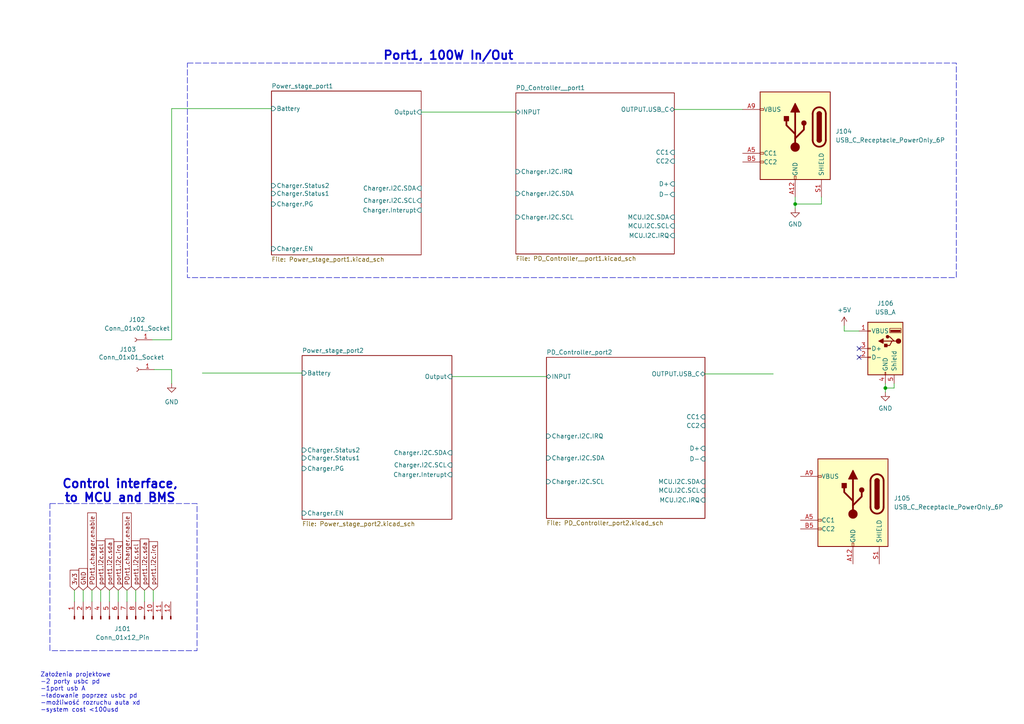
<source format=kicad_sch>
(kicad_sch (version 20231120) (generator "eeschema") (generator_version "8.0")
  (paper "A4")
  (lib_symbols
    (symbol "Connector:Conn_01x01_Socket" (pin_names (offset 1.016) hide)
      (property "Reference" "J" (at 0 2.54 0))
      (property "Value" "Conn_01x01_Socket" (at 0 -2.54 0))
      (symbol "Conn_01x01_Socket_1_1"
        (polyline (pts (xy -1.27 0) (xy -0.508 0)) (stroke (width 0.1524)))
        (arc (start 0 0.508) (mid -0.5058 0) (end 0 -0.508) (stroke (width 0.1524)))
        (pin passive line (at -5.08 0 0) (length 3.81) (name "Pin_1") (number "1"))
      )
    )
    (symbol "Connector:Conn_01x12_Pin" (pin_names (offset 1.016) hide)
      (property "Reference" "J" (at 0 15.24 0))
      (property "Value" "Conn_01x12_Pin" (at 0 -17.78 0))
      (symbol "Conn_01x12_Pin_1_1"
        (polyline (pts (xy 1.27 -15.24) (xy 0.8636 -15.24)) (stroke (width 0.1524)))
        (polyline (pts (xy 1.27 -12.7) (xy 0.8636 -12.7)) (stroke (width 0.1524)))
        (polyline (pts (xy 1.27 -10.16) (xy 0.8636 -10.16)) (stroke (width 0.1524)))
        (polyline (pts (xy 1.27 -7.62) (xy 0.8636 -7.62)) (stroke (width 0.1524)))
        (polyline (pts (xy 1.27 -5.08) (xy 0.8636 -5.08)) (stroke (width 0.1524)))
        (polyline (pts (xy 1.27 -2.54) (xy 0.8636 -2.54)) (stroke (width 0.1524)))
        (polyline (pts (xy 1.27 0) (xy 0.8636 0)) (stroke (width 0.1524)))
        (polyline (pts (xy 1.27 2.54) (xy 0.8636 2.54)) (stroke (width 0.1524)))
        (polyline (pts (xy 1.27 5.08) (xy 0.8636 5.08)) (stroke (width 0.1524)))
        (polyline (pts (xy 1.27 7.62) (xy 0.8636 7.62)) (stroke (width 0.1524)))
        (polyline (pts (xy 1.27 10.16) (xy 0.8636 10.16)) (stroke (width 0.1524)))
        (polyline (pts (xy 1.27 12.7) (xy 0.8636 12.7)) (stroke (width 0.1524)))
        (rectangle (start 0.8636 -15.113) (end 0 -15.367) (stroke (width 0.1524)) (fill (type outline)))
        (rectangle (start 0.8636 -12.573) (end 0 -12.827) (stroke (width 0.1524)) (fill (type outline)))
        (rectangle (start 0.8636 -10.033) (end 0 -10.287) (stroke (width 0.1524)) (fill (type outline)))
        (rectangle (start 0.8636 -7.493) (end 0 -7.747) (stroke (width 0.1524)) (fill (type outline)))
        (rectangle (start 0.8636 -4.953) (end 0 -5.207) (stroke (width 0.1524)) (fill (type outline)))
        (rectangle (start 0.8636 -2.413) (end 0 -2.667) (stroke (width 0.1524)) (fill (type outline)))
        (rectangle (start 0.8636 0.127) (end 0 -0.127) (stroke (width 0.1524)) (fill (type outline)))
        (rectangle (start 0.8636 2.667) (end 0 2.413) (stroke (width 0.1524)) (fill (type outline)))
        (rectangle (start 0.8636 5.207) (end 0 4.953) (stroke (width 0.1524)) (fill (type outline)))
        (rectangle (start 0.8636 7.747) (end 0 7.493) (stroke (width 0.1524)) (fill (type outline)))
        (rectangle (start 0.8636 10.287) (end 0 10.033) (stroke (width 0.1524)) (fill (type outline)))
        (rectangle (start 0.8636 12.827) (end 0 12.573) (stroke (width 0.1524)) (fill (type outline)))
        (pin passive line (at 5.08 12.7 180) (length 3.81) (name "Pin_1") (number "1"))
        (pin passive line (at 5.08 -10.16 180) (length 3.81) (name "Pin_10") (number "10"))
        (pin passive line (at 5.08 -12.7 180) (length 3.81) (name "Pin_11") (number "11"))
        (pin passive line (at 5.08 -15.24 180) (length 3.81) (name "Pin_12") (number "12"))
        (pin passive line (at 5.08 10.16 180) (length 3.81) (name "Pin_2") (number "2"))
        (pin passive line (at 5.08 7.62 180) (length 3.81) (name "Pin_3") (number "3"))
        (pin passive line (at 5.08 5.08 180) (length 3.81) (name "Pin_4") (number "4"))
        (pin passive line (at 5.08 2.54 180) (length 3.81) (name "Pin_5") (number "5"))
        (pin passive line (at 5.08 0 180) (length 3.81) (name "Pin_6") (number "6"))
        (pin passive line (at 5.08 -2.54 180) (length 3.81) (name "Pin_7") (number "7"))
        (pin passive line (at 5.08 -5.08 180) (length 3.81) (name "Pin_8") (number "8"))
        (pin passive line (at 5.08 -7.62 180) (length 3.81) (name "Pin_9") (number "9"))
      )
    )
    (symbol "Connector:USB_A" (pin_names (offset 1.016))
      (property "Reference" "J" (at -5.08 11.43 0))
      (property "Value" "USB_A" (at -5.08 8.89 0))
      (symbol "USB_A_0_1"
        (rectangle (start -5.08 -7.62) (end 5.08 7.62) (stroke (width 0.254)) (fill (type background)))
        (circle (center -3.81 2.159) (radius 0.635) (stroke (width 0.254)) (fill (type outline)))
        (rectangle (start -1.524 4.826) (end -4.318 5.334) (fill (type outline)))
        (rectangle (start -1.27 4.572) (end -4.572 5.842))
        (circle (center -0.635 3.429) (radius 0.381) (stroke (width 0.254)) (fill (type outline)))
        (rectangle (start -0.127 -7.62) (end 0.127 -6.858))
        (polyline (pts (xy -3.175 2.159) (xy -2.54 2.159) (xy -1.27 3.429) (xy -0.635 3.429)) (stroke (width 0.254)))
        (polyline (pts (xy -2.54 2.159) (xy -1.905 2.159) (xy -1.27 0.889) (xy 0 0.889)) (stroke (width 0.254)))
        (polyline (pts (xy 0.635 2.794) (xy 0.635 1.524) (xy 1.905 2.159) (xy 0.635 2.794)) (stroke (width 0.254)) (fill (type outline)))
        (rectangle (start 0.254 1.27) (end -0.508 0.508) (stroke (width 0.254)) (fill (type outline)))
        (rectangle (start 5.08 -2.667) (end 4.318 -2.413))
        (rectangle (start 5.08 -0.127) (end 4.318 0.127))
        (rectangle (start 5.08 4.953) (end 4.318 5.207))
      )
      (symbol "USB_A_1_1"
        (polyline (pts (xy -1.905 2.159) (xy 0.635 2.159)) (stroke (width 0.254)))
        (pin power_in line (at 7.62 5.08 180) (length 2.54) (name "VBUS") (number "1"))
        (pin bidirectional line (at 7.62 -2.54 180) (length 2.54) (name "D-") (number "2"))
        (pin bidirectional line (at 7.62 0 180) (length 2.54) (name "D+") (number "3"))
        (pin power_in line (at 0 -10.16 90) (length 2.54) (name "GND") (number "4"))
        (pin passive line (at -2.54 -10.16 90) (length 2.54) (name "Shield") (number "5"))
      )
    )
    (symbol "Connector:USB_C_Receptacle_PowerOnly_6P" (pin_names (offset 1.016))
      (property "Reference" "J" (at 0 16.51 0))
      (property "Value" "USB_C_Receptacle_PowerOnly_6P" (at 0 13.97 0))
      (symbol "USB_C_Receptacle_PowerOnly_6P_0_0"
        (rectangle (start -0.254 -12.7) (end 0.254 -11.684))
        (rectangle (start 10.16 -7.366) (end 9.144 -7.874))
        (rectangle (start 10.16 -4.826) (end 9.144 -5.334))
        (rectangle (start 10.16 7.874) (end 9.144 7.366))
      )
      (symbol "USB_C_Receptacle_PowerOnly_6P_0_1"
        (rectangle (start -10.16 12.7) (end 10.16 -12.7) (stroke (width 0.254)) (fill (type background)))
        (arc (start -8.89 -1.27) (mid -6.985 -3.1667) (end -5.08 -1.27) (stroke (width 0.508)))
        (arc (start -7.62 -1.27) (mid -6.985 -1.9023) (end -6.35 -1.27) (stroke (width 0.254)))
        (arc (start -7.62 -1.27) (mid -6.985 -1.9023) (end -6.35 -1.27) (stroke (width 0.254)) (fill (type outline)))
        (rectangle (start -7.62 -1.27) (end -6.35 6.35) (stroke (width 0.254)) (fill (type outline)))
        (arc (start -6.35 6.35) (mid -6.985 6.9823) (end -7.62 6.35) (stroke (width 0.254)))
        (arc (start -6.35 6.35) (mid -6.985 6.9823) (end -7.62 6.35) (stroke (width 0.254)) (fill (type outline)))
        (arc (start -5.08 6.35) (mid -6.985 8.2467) (end -8.89 6.35) (stroke (width 0.508)))
        (circle (center -2.54 3.683) (radius 0.635) (stroke (width 0.254)) (fill (type outline)))
        (circle (center 0 -3.302) (radius 1.27) (fill (type outline)))
        (polyline (pts (xy -8.89 -1.27) (xy -8.89 6.35)) (stroke (width 0.508)))
        (polyline (pts (xy -5.08 6.35) (xy -5.08 -1.27)) (stroke (width 0.508)))
        (polyline (pts (xy 0 -3.302) (xy 0 6.858)) (stroke (width 0.508)))
        (polyline (pts (xy 0 -0.762) (xy -2.54 1.778) (xy -2.54 3.048)) (stroke (width 0.508)))
        (polyline (pts (xy 0 0.508) (xy 2.54 3.048) (xy 2.54 4.318)) (stroke (width 0.508)))
        (polyline (pts (xy -1.27 6.858) (xy 0 9.398) (xy 1.27 6.858) (xy -1.27 6.858)) (stroke (width 0.254)) (fill (type outline)))
        (rectangle (start 1.905 4.318) (end 3.175 5.588) (stroke (width 0.254)) (fill (type outline)))
      )
      (symbol "USB_C_Receptacle_PowerOnly_6P_1_1"
        (pin passive line (at 0 -17.78 90) (length 5.08) (name "GND") (number "A12"))
        (pin bidirectional line (at 15.24 -5.08 180) (length 5.08) (name "CC1") (number "A5"))
        (pin passive line (at 15.24 7.62 180) (length 5.08) (name "VBUS") (number "A9"))
        (pin passive line (at 0 -17.78 90) (length 5.08) hide (name "GND") (number "B12"))
        (pin bidirectional line (at 15.24 -7.62 180) (length 5.08) (name "CC2") (number "B5"))
        (pin passive line (at 15.24 7.62 180) (length 5.08) hide (name "VBUS") (number "B9"))
        (pin passive line (at -7.62 -17.78 90) (length 5.08) (name "SHIELD") (number "S1"))
      )
    )
    (symbol "GND_1" (power) (pin_numbers hide) (pin_names (offset 0) hide)
      (property "Value" "GND" (at 0 -3.81 0))
      (symbol "GND_1_0_1"
        (polyline (pts (xy 0 0) (xy 0 -1.27) (xy 1.27 -1.27) (xy 0 -2.54) (xy -1.27 -1.27) (xy 0 -1.27)))
      )
      (symbol "GND_1_1_1"
        (pin power_in line (at 0 0 270) (length 0) (name "~") (number "1"))
      )
    )
    (symbol "power:+5V" (power) (pin_numbers hide) (pin_names (offset 0) hide)
      (property "Value" "+5V" (at 0 3.556 0))
      (symbol "+5V_0_1"
        (polyline (pts (xy -0.762 1.27) (xy 0 2.54)))
        (polyline (pts (xy 0 0) (xy 0 2.54)))
        (polyline (pts (xy 0 2.54) (xy 0.762 1.27)))
      )
      (symbol "+5V_1_1"
        (pin power_in line (at 0 0 90) (length 0) (name "~") (number "1"))
      )
    )
    (symbol "power:GND" (power) (pin_names (offset 0))
      (property "Value" "GND" (at 0 -3.81 0))
      (symbol "GND_0_1"
        (polyline (pts (xy 0 0) (xy 0 -1.27) (xy 1.27 -1.27) (xy 0 -2.54) (xy -1.27 -1.27) (xy 0 -1.27)))
      )
      (symbol "GND_1_1"
        (pin power_in line (at 0 0 270) (length 0) hide (name "GND") (number "1"))
      )
    )
  )
  (junction (at 230.632 59.182))
  (junction (at 256.794 112.5474))
  (no_connect (at 249.174 103.632))
  (no_connect (at 249.174 101.092))
  (wire (pts (xy 49.784 98.552) (xy 49.784 31.496)))
  (wire (pts (xy 230.632 59.182) (xy 230.632 60.452)))
  (wire (pts (xy 49.784 107.188) (xy 49.784 111.252)))
  (wire (pts (xy 259.334 111.252) (xy 259.334 112.5474)))
  (wire (pts (xy 31.75 171.196) (xy 31.75 174.498)))
  (wire (pts (xy 204.47 108.458) (xy 224.282 108.458)))
  (wire (pts (xy 44.704 107.188) (xy 49.784 107.188)))
  (wire (pts (xy 36.83 171.196) (xy 36.83 174.498)))
  (wire (pts (xy 122.174 32.512) (xy 149.606 32.512)))
  (wire (pts (xy 24.13 171.196) (xy 24.13 174.498)))
  (wire (pts (xy 238.252 57.15) (xy 238.252 59.182)))
  (wire (pts (xy 39.37 171.196) (xy 39.37 174.498)))
  (wire (pts (xy 44.45 171.196) (xy 44.45 174.498)))
  (wire (pts (xy 58.674 108.204) (xy 87.63 108.204)))
  (wire (pts (xy 29.21 171.196) (xy 29.21 174.498)))
  (wire (pts (xy 238.252 59.182) (xy 230.632 59.182)))
  (wire (pts (xy 244.856 94.488) (xy 244.856 96.012)))
  (wire (pts (xy 259.334 112.5474) (xy 256.794 112.5474)))
  (wire (pts (xy 131.064 109.22) (xy 158.496 109.22)))
  (wire (pts (xy 256.794 112.5474) (xy 256.794 113.7412)))
  (wire (pts (xy 49.784 31.496) (xy 78.74 31.496)))
  (wire (pts (xy 26.67 171.196) (xy 26.67 174.498)))
  (wire (pts (xy 244.856 96.012) (xy 249.174 96.012)))
  (wire (pts (xy 195.58 31.75) (xy 215.392 31.75)))
  (wire (pts (xy 34.29 171.196) (xy 34.29 174.498)))
  (wire (pts (xy 44.196 98.552) (xy 49.784 98.552)))
  (wire (pts (xy 230.632 57.15) (xy 230.632 59.182)))
  (wire (pts (xy 21.59 171.196) (xy 21.59 174.498)))
  (wire (pts (xy 41.91 171.196) (xy 41.91 174.498)))
  (wire (pts (xy 256.794 111.252) (xy 256.794 112.5474)))
  (rectangle (start 14.478 146.05) (end 57.15 188.722) (stroke (width 0) (type dash)))
  (rectangle (start 54.356 18.288) (end 277.368 80.518) (stroke (width 0) (type dash)))
  (text "Control interface,\nto MCU and BMS" (at 34.798 142.494 0) (effects (font (size 2.5 2.5) (thickness 0.5) (bold yes))))
  (text "Założenia projektowe\n-2 porty usbc pd\n-1port usb A\n-ładowanie poprzez usbc pd \n-możliwość rozruchu auta xd\n-system cost <100usd\n\n" (at 11.684 208.788 0) (effects (font (size 1.27 1.27)) (justify left bottom)))
  (text "Port1, 100W In/Out" (at 130.048 16.256 0) (effects (font (size 2.5 2.5) (thickness 0.5) (bold yes))))
  (global_label "GND" (shape input) (at 24.13 171.196 90) (property "Intersheetrefs" "${INTERSHEET_REFS}" (effects (hide yes))))
  (global_label "port1.i2c.scl" (shape input) (at 39.37 171.196 90) (property "Intersheetrefs" "${INTERSHEET_REFS}" (effects (hide yes))))
  (global_label "3v3" (shape input) (at 21.59 171.196 90) (property "Intersheetrefs" "${INTERSHEET_REFS}" (effects (hide yes))))
  (global_label "POrt1.charger.enable" (shape input) (at 36.83 171.196 90) (property "Intersheetrefs" "${INTERSHEET_REFS}" (effects (hide yes))))
  (global_label "port1.i2c.scl" (shape input) (at 29.21 171.196 90) (property "Intersheetrefs" "${INTERSHEET_REFS}" (effects (hide yes))))
  (global_label "POrt1.charger.enable" (shape input) (at 26.67 171.196 90) (property "Intersheetrefs" "${INTERSHEET_REFS}" (effects (hide yes))))
  (global_label "port1.i2c.sda" (shape input) (at 41.91 171.196 90) (property "Intersheetrefs" "${INTERSHEET_REFS}" (effects (hide yes))))
  (global_label "port1.i2c.sda" (shape input) (at 31.75 171.196 90) (property "Intersheetrefs" "${INTERSHEET_REFS}" (effects (hide yes))))
  (global_label "port1.i2c.irq" (shape input) (at 44.45 171.196 90) (property "Intersheetrefs" "${INTERSHEET_REFS}" (effects (hide yes))))
  (global_label "port1.i2c.irq" (shape input) (at 34.29 171.196 90) (property "Intersheetrefs" "${INTERSHEET_REFS}" (effects (hide yes))))
  (symbol (lib_id "Connector:USB_A") (at 256.794 101.092 0) (mirror y) (unit 1)
    (property "Reference" "J106" (at 256.794 87.9856 0))
    (property "Value" "USB_A" (at 256.794 90.5256 0))
    (property "Footprint" "Connector_USB:USB_A_CNCTech_1001-011-01101_Horizontal" (effects (hide yes)))
    (property "Datasheet" " ~" (effects (hide yes)))
  )
  (symbol (lib_id "power:GND") (at 256.794 113.7412 0) (unit 1)
    (property "Reference" "#PWR0104" (effects (hide yes)))
    (property "Value" "GND" (at 256.794 118.4402 0))
  )
  (symbol (lib_id "Connector:USB_C_Receptacle_PowerOnly_6P") (at 230.632 39.37 0) (mirror y) (unit 1)
    (property "Reference" "J104" (at 242.316 38.0999 0) (effects (justify right)))
    (property "Value" "USB_C_Receptacle_PowerOnly_6P" (at 242.316 40.6399 0) (effects (justify right)))
    (property "Footprint" "Connector_USB:USB_C_Receptacle_GCT_USB4135-GF-A_6P_TopMnt_Horizontal" (effects (hide yes)))
    (property "Datasheet" "https://www.usb.org/sites/default/files/documents/usb_type-c.zip" (effects (hide yes)))
  )
  (symbol (lib_id "Connector:Conn_01x01_Socket") (at 39.624 107.188 180) (unit 1)
    (property "Reference" "J103" (at 37.084 101.346 0))
    (property "Value" "Conn_01x01_Socket" (at 38.1 103.632 0))
    (property "Footprint" "TestPoint:TestPoint_Pad_4.0x4.0mm" (effects (hide yes)))
    (property "Description" "Generic connector, single row, 01x01, script generated" (effects (hide yes)))
  )
  (symbol (lib_id "Connector:USB_C_Receptacle_PowerOnly_6P") (at 247.396 145.796 0) (mirror y) (unit 1)
    (property "Reference" "J105" (at 259.2324 144.5259 0) (effects (justify right)))
    (property "Value" "USB_C_Receptacle_PowerOnly_6P" (at 259.2324 147.0659 0) (effects (justify right)))
    (property "Footprint" "Connector_USB:USB_C_Receptacle_GCT_USB4135-GF-A_6P_TopMnt_Horizontal" (effects (hide yes)))
    (property "Datasheet" "https://www.usb.org/sites/default/files/documents/usb_type-c.zip" (effects (hide yes)))
  )
  (symbol (lib_id "power:+5V") (at 244.856 94.488 0) (unit 1)
    (property "Reference" "#PWR0103" (effects (hide yes)))
    (property "Value" "+5V" (at 244.856 89.916 0))
    (property "Description" "Power symbol creates a global label with name \"+5V\"" (effects (hide yes)))
  )
  (symbol (lib_id "power:GND") (at 230.632 60.452 0) (unit 1)
    (property "Reference" "#PWR0102" (effects (hide yes)))
    (property "Value" "GND" (at 230.632 65.024 0))
  )
  (symbol (lib_id "Connector:Conn_01x01_Socket") (at 39.116 98.552 180) (unit 1)
    (property "Reference" "J102" (at 39.751 92.71 0))
    (property "Value" "Conn_01x01_Socket" (at 39.751 95.25 0))
    (property "Footprint" "TestPoint:TestPoint_Pad_4.0x4.0mm" (effects (hide yes)))
    (property "Description" "Generic connector, single row, 01x01, script generated" (effects (hide yes)))
  )
  (symbol (lib_name "GND_1") (lib_id "power:GND") (at 49.784 111.252 0) (unit 1)
    (property "Reference" "#PWR0101" (effects (hide yes)))
    (property "Value" "GND" (at 49.784 116.586 0))
    (property "Description" "Power symbol creates a global label with name \"GND\" , ground" (effects (hide yes)))
  )
  (symbol (lib_id "Connector:Conn_01x12_Pin") (at 34.29 179.578 90) (unit 1)
    (property "Reference" "J101" (at 35.56 182.372 90))
    (property "Value" "Conn_01x12_Pin" (at 35.56 184.912 90))
    (property "Footprint" "Connector_PinHeader_1.00mm:PinHeader_2x05_P1.00mm_Vertical_SMD" (effects (hide yes)))
  )
  (sheet (at 158.496 103.632) (size 45.974 46.736) (stroke (width 0.1524))
    (property "Sheetname" "PD_Controller_port2" (at 158.496 102.9204 0) (effects (justify left bottom)))
    (property "Sheetfile" "PD_Controller_port2.kicad_sch" (at 158.496 150.9526 0) (effects (justify left top)))
    (pin "OUTPUT.USB_C" bidirectional (at 204.47 108.458 0))
    (pin "D-" input (at 204.47 133.096 0))
    (pin "D+" input (at 204.47 130.048 0))
    (pin "INPUT" bidirectional (at 158.496 109.22 180))
    (pin "MCU.I2C.SCL" input (at 204.47 142.24 0))
    (pin "CC1" input (at 204.47 120.904 0))
    (pin "MCU.I2C.IRQ" input (at 204.47 145.034 0))
    (pin "Charger.I2C.SDA" input (at 158.496 132.842 180))
    (pin "Charger.I2C.SCL" input (at 158.496 139.7 180))
    (pin "Charger.I2C.IRQ" input (at 158.496 126.492 180))
    (pin "MCU.I2C.SDA" input (at 204.47 139.7 0))
    (pin "CC2" input (at 204.47 123.444 0))
  )
  (sheet (at 87.63 103.124) (size 43.434 47.498) (stroke (width 0.1524))
    (property "Sheetname" "Power_stage_port2" (at 87.63 102.4124 0) (effects (justify left bottom)))
    (property "Sheetfile" "Power_stage_port2.kicad_sch" (at 87.63 151.2066 0) (effects (justify left top)))
    (pin "Battery" input (at 87.63 108.204 180))
    (pin "Charger.Status1" input (at 87.63 132.842 180))
    (pin "Charger.EN" input (at 87.63 148.844 180))
    (pin "Charger.Status2" input (at 87.63 130.556 180))
    (pin "Charger.PG" input (at 87.63 135.89 180))
    (pin "Output" input (at 131.064 109.22 0))
    (pin "Charger.I2C.SDA" input (at 131.064 131.318 0))
    (pin "Charger.I2C.SCL" input (at 131.064 134.874 0))
    (pin "Charger.Interupt" input (at 131.064 137.668 0))
  )
  (sheet (at 149.606 26.924) (size 45.974 46.736) (stroke (width 0.1524))
    (property "Sheetname" "PD_Controller__port1" (at 149.606 26.2124 0) (effects (justify left bottom)))
    (property "Sheetfile" "PD_Controller__port1.kicad_sch" (at 149.606 74.2446 0) (effects (justify left top)))
    (pin "OUTPUT.USB_C" bidirectional (at 195.58 31.75 0))
    (pin "D-" input (at 195.58 56.388 0))
    (pin "D+" input (at 195.58 53.34 0))
    (pin "INPUT" bidirectional (at 149.606 32.512 180))
    (pin "MCU.I2C.SCL" input (at 195.58 65.532 0))
    (pin "CC1" input (at 195.58 44.196 0))
    (pin "MCU.I2C.IRQ" input (at 195.58 68.326 0))
    (pin "Charger.I2C.SDA" input (at 149.606 56.134 180))
    (pin "Charger.I2C.SCL" input (at 149.606 62.992 180))
    (pin "Charger.I2C.IRQ" input (at 149.606 49.784 180))
    (pin "MCU.I2C.SDA" input (at 195.58 62.992 0))
    (pin "CC2" input (at 195.58 46.736 0))
  )
  (sheet (at 78.74 26.416) (size 43.434 47.498) (stroke (width 0.1524))
    (property "Sheetname" "Power_stage_port1" (at 78.74 25.7044 0) (effects (justify left bottom)))
    (property "Sheetfile" "Power_stage_port1.kicad_sch" (at 78.74 74.4986 0) (effects (justify left top)))
    (pin "Battery" input (at 78.74 31.496 180))
    (pin "Charger.Status1" input (at 78.74 56.134 180))
    (pin "Charger.EN" input (at 78.74 72.136 180))
    (pin "Charger.Status2" input (at 78.74 53.848 180))
    (pin "Charger.PG" input (at 78.74 59.182 180))
    (pin "Output" input (at 122.174 32.512 0))
    (pin "Charger.I2C.SDA" input (at 122.174 54.61 0))
    (pin "Charger.I2C.SCL" input (at 122.174 58.166 0))
    (pin "Charger.Interupt" input (at 122.174 60.96 0))
  )
)
</source>
